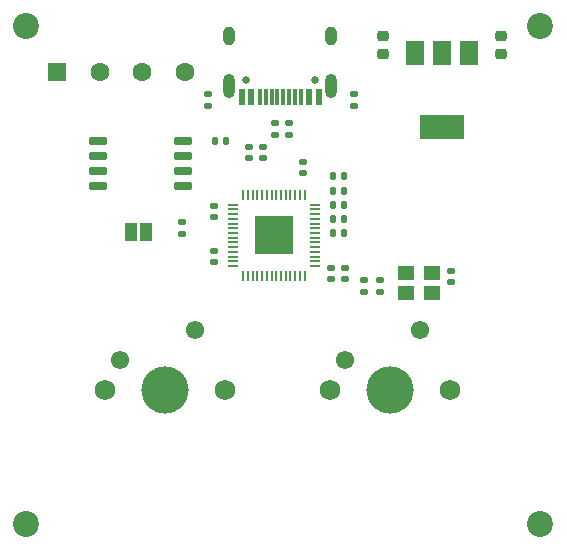
<source format=gbr>
%TF.GenerationSoftware,KiCad,Pcbnew,(6.0.7)*%
%TF.CreationDate,2022-09-15T11:51:49+02:00*%
%TF.ProjectId,rp2040-keypad,72703230-3430-42d6-9b65-797061642e6b,rev?*%
%TF.SameCoordinates,Original*%
%TF.FileFunction,Soldermask,Top*%
%TF.FilePolarity,Negative*%
%FSLAX46Y46*%
G04 Gerber Fmt 4.6, Leading zero omitted, Abs format (unit mm)*
G04 Created by KiCad (PCBNEW (6.0.7)) date 2022-09-15 11:51:49*
%MOMM*%
%LPD*%
G01*
G04 APERTURE LIST*
G04 Aperture macros list*
%AMRoundRect*
0 Rectangle with rounded corners*
0 $1 Rounding radius*
0 $2 $3 $4 $5 $6 $7 $8 $9 X,Y pos of 4 corners*
0 Add a 4 corners polygon primitive as box body*
4,1,4,$2,$3,$4,$5,$6,$7,$8,$9,$2,$3,0*
0 Add four circle primitives for the rounded corners*
1,1,$1+$1,$2,$3*
1,1,$1+$1,$4,$5*
1,1,$1+$1,$6,$7*
1,1,$1+$1,$8,$9*
0 Add four rect primitives between the rounded corners*
20,1,$1+$1,$2,$3,$4,$5,0*
20,1,$1+$1,$4,$5,$6,$7,0*
20,1,$1+$1,$6,$7,$8,$9,0*
20,1,$1+$1,$8,$9,$2,$3,0*%
G04 Aperture macros list end*
%ADD10RoundRect,0.140000X0.170000X-0.140000X0.170000X0.140000X-0.170000X0.140000X-0.170000X-0.140000X0*%
%ADD11RoundRect,0.140000X-0.140000X-0.170000X0.140000X-0.170000X0.140000X0.170000X-0.140000X0.170000X0*%
%ADD12RoundRect,0.225000X-0.250000X0.225000X-0.250000X-0.225000X0.250000X-0.225000X0.250000X0.225000X0*%
%ADD13RoundRect,0.140000X-0.170000X0.140000X-0.170000X-0.140000X0.170000X-0.140000X0.170000X0.140000X0*%
%ADD14C,2.200000*%
%ADD15R,1.400000X1.200000*%
%ADD16RoundRect,0.135000X0.185000X-0.135000X0.185000X0.135000X-0.185000X0.135000X-0.185000X-0.135000X0*%
%ADD17C,4.000000*%
%ADD18C,1.750000*%
%ADD19C,1.550000*%
%ADD20RoundRect,0.050000X-0.387500X-0.050000X0.387500X-0.050000X0.387500X0.050000X-0.387500X0.050000X0*%
%ADD21RoundRect,0.050000X-0.050000X-0.387500X0.050000X-0.387500X0.050000X0.387500X-0.050000X0.387500X0*%
%ADD22R,3.200000X3.200000*%
%ADD23RoundRect,0.150000X-0.650000X-0.150000X0.650000X-0.150000X0.650000X0.150000X-0.650000X0.150000X0*%
%ADD24RoundRect,0.135000X-0.185000X0.135000X-0.185000X-0.135000X0.185000X-0.135000X0.185000X0.135000X0*%
%ADD25C,0.650000*%
%ADD26R,0.600000X1.450000*%
%ADD27R,0.300000X1.450000*%
%ADD28O,1.000000X1.600000*%
%ADD29O,1.000000X2.100000*%
%ADD30R,1.500000X2.000000*%
%ADD31R,3.800000X2.000000*%
%ADD32RoundRect,0.250000X-0.550000X-0.550000X0.550000X-0.550000X0.550000X0.550000X-0.550000X0.550000X0*%
%ADD33C,1.600000*%
%ADD34R,1.000000X1.500000*%
G04 APERTURE END LIST*
D10*
%TO.C,C7*%
X164950000Y-81480000D03*
X164950000Y-80520000D03*
%TD*%
D11*
%TO.C,C13*%
X163945000Y-75225000D03*
X164905000Y-75225000D03*
%TD*%
D12*
%TO.C,C2*%
X168200000Y-60875000D03*
X168200000Y-62425000D03*
%TD*%
D13*
%TO.C,C9*%
X153850000Y-79095000D03*
X153850000Y-80055000D03*
%TD*%
D11*
%TO.C,C6*%
X163920000Y-77600000D03*
X164880000Y-77600000D03*
%TD*%
%TO.C,C8*%
X163945000Y-76425000D03*
X164905000Y-76425000D03*
%TD*%
D14*
%TO.C,H2*%
X138000000Y-102225000D03*
%TD*%
D15*
%TO.C,Y1*%
X172300000Y-80950000D03*
X170100000Y-80950000D03*
X170100000Y-82650000D03*
X172300000Y-82650000D03*
%TD*%
D16*
%TO.C,R4*%
X160250000Y-69310000D03*
X160250000Y-68290000D03*
%TD*%
D10*
%TO.C,C4*%
X163800000Y-81480000D03*
X163800000Y-80520000D03*
%TD*%
D17*
%TO.C,SW2*%
X149700000Y-90900000D03*
D18*
X144620000Y-90900000D03*
D19*
X152240000Y-85820000D03*
D18*
X154780000Y-90900000D03*
D19*
X145890000Y-88360000D03*
%TD*%
D20*
%TO.C,U2*%
X155512500Y-75200000D03*
X155512500Y-75600000D03*
X155512500Y-76000000D03*
X155512500Y-76400000D03*
X155512500Y-76800000D03*
X155512500Y-77200000D03*
X155512500Y-77600000D03*
X155512500Y-78000000D03*
X155512500Y-78400000D03*
X155512500Y-78800000D03*
X155512500Y-79200000D03*
X155512500Y-79600000D03*
X155512500Y-80000000D03*
X155512500Y-80400000D03*
D21*
X156350000Y-81237500D03*
X156750000Y-81237500D03*
X157150000Y-81237500D03*
X157550000Y-81237500D03*
X157950000Y-81237500D03*
X158350000Y-81237500D03*
X158750000Y-81237500D03*
X159150000Y-81237500D03*
X159550000Y-81237500D03*
X159950000Y-81237500D03*
X160350000Y-81237500D03*
X160750000Y-81237500D03*
X161150000Y-81237500D03*
X161550000Y-81237500D03*
D20*
X162387500Y-80400000D03*
X162387500Y-80000000D03*
X162387500Y-79600000D03*
X162387500Y-79200000D03*
X162387500Y-78800000D03*
X162387500Y-78400000D03*
X162387500Y-78000000D03*
X162387500Y-77600000D03*
X162387500Y-77200000D03*
X162387500Y-76800000D03*
X162387500Y-76400000D03*
X162387500Y-76000000D03*
X162387500Y-75600000D03*
X162387500Y-75200000D03*
D21*
X161550000Y-74362500D03*
X161150000Y-74362500D03*
X160750000Y-74362500D03*
X160350000Y-74362500D03*
X159950000Y-74362500D03*
X159550000Y-74362500D03*
X159150000Y-74362500D03*
X158750000Y-74362500D03*
X158350000Y-74362500D03*
X157950000Y-74362500D03*
X157550000Y-74362500D03*
X157150000Y-74362500D03*
X156750000Y-74362500D03*
X156350000Y-74362500D03*
D22*
X158950000Y-77800000D03*
%TD*%
D23*
%TO.C,U3*%
X144050000Y-69845000D03*
X144050000Y-71115000D03*
X144050000Y-72385000D03*
X144050000Y-73655000D03*
X151250000Y-73655000D03*
X151250000Y-72385000D03*
X151250000Y-71115000D03*
X151250000Y-69845000D03*
%TD*%
D14*
%TO.C,H4*%
X181500000Y-60050000D03*
%TD*%
D10*
%TO.C,C16*%
X167900000Y-82560000D03*
X167900000Y-81600000D03*
%TD*%
D12*
%TO.C,C1*%
X178200000Y-60875000D03*
X178200000Y-62425000D03*
%TD*%
D10*
%TO.C,C14*%
X158000000Y-71280000D03*
X158000000Y-70320000D03*
%TD*%
D11*
%TO.C,C12*%
X163945000Y-74025000D03*
X164905000Y-74025000D03*
%TD*%
D16*
%TO.C,R5*%
X151200000Y-77700000D03*
X151200000Y-76680000D03*
%TD*%
D24*
%TO.C,R6*%
X166600000Y-81590000D03*
X166600000Y-82610000D03*
%TD*%
D13*
%TO.C,C17*%
X173925000Y-80795000D03*
X173925000Y-81755000D03*
%TD*%
D25*
%TO.C,J1*%
X156610000Y-64600000D03*
X162390000Y-64600000D03*
D26*
X162750000Y-66045000D03*
X161950000Y-66045000D03*
D27*
X160750000Y-66045000D03*
X159750000Y-66045000D03*
X159250000Y-66045000D03*
X158250000Y-66045000D03*
D26*
X157050000Y-66045000D03*
X156250000Y-66045000D03*
X156250000Y-66045000D03*
X157050000Y-66045000D03*
D27*
X157750000Y-66045000D03*
X158750000Y-66045000D03*
X160250000Y-66045000D03*
X161250000Y-66045000D03*
D26*
X161950000Y-66045000D03*
X162750000Y-66045000D03*
D28*
X155180000Y-60950000D03*
D29*
X155180000Y-65130000D03*
D28*
X163820000Y-60950000D03*
D29*
X163820000Y-65130000D03*
%TD*%
D16*
%TO.C,R2*%
X153400000Y-66835000D03*
X153400000Y-65815000D03*
%TD*%
D10*
%TO.C,C5*%
X161400000Y-72530000D03*
X161400000Y-71570000D03*
%TD*%
D11*
%TO.C,C15*%
X153920000Y-69800000D03*
X154880000Y-69800000D03*
%TD*%
D14*
%TO.C,H1*%
X138000000Y-60050000D03*
%TD*%
D30*
%TO.C,U1*%
X175500000Y-62350000D03*
X173200000Y-62350000D03*
D31*
X173200000Y-68650000D03*
D30*
X170900000Y-62350000D03*
%TD*%
D32*
%TO.C,J2*%
X140600000Y-64000000D03*
D33*
X144200000Y-64000000D03*
X147800000Y-64000000D03*
X151400000Y-64000000D03*
%TD*%
D34*
%TO.C,JP1*%
X146850000Y-77525000D03*
X148150000Y-77525000D03*
%TD*%
D14*
%TO.C,H3*%
X181500000Y-102225000D03*
%TD*%
D10*
%TO.C,C3*%
X156800000Y-71280000D03*
X156800000Y-70320000D03*
%TD*%
D16*
%TO.C,R1*%
X165700000Y-66835000D03*
X165700000Y-65815000D03*
%TD*%
D11*
%TO.C,C10*%
X163920000Y-72800000D03*
X164880000Y-72800000D03*
%TD*%
D24*
%TO.C,R3*%
X159050000Y-68290000D03*
X159050000Y-69310000D03*
%TD*%
D13*
%TO.C,C11*%
X153850000Y-75295000D03*
X153850000Y-76255000D03*
%TD*%
D19*
%TO.C,SW1*%
X171290000Y-85820000D03*
D18*
X173830000Y-90900000D03*
D19*
X164940000Y-88360000D03*
D17*
X168750000Y-90900000D03*
D18*
X163670000Y-90900000D03*
%TD*%
M02*

</source>
